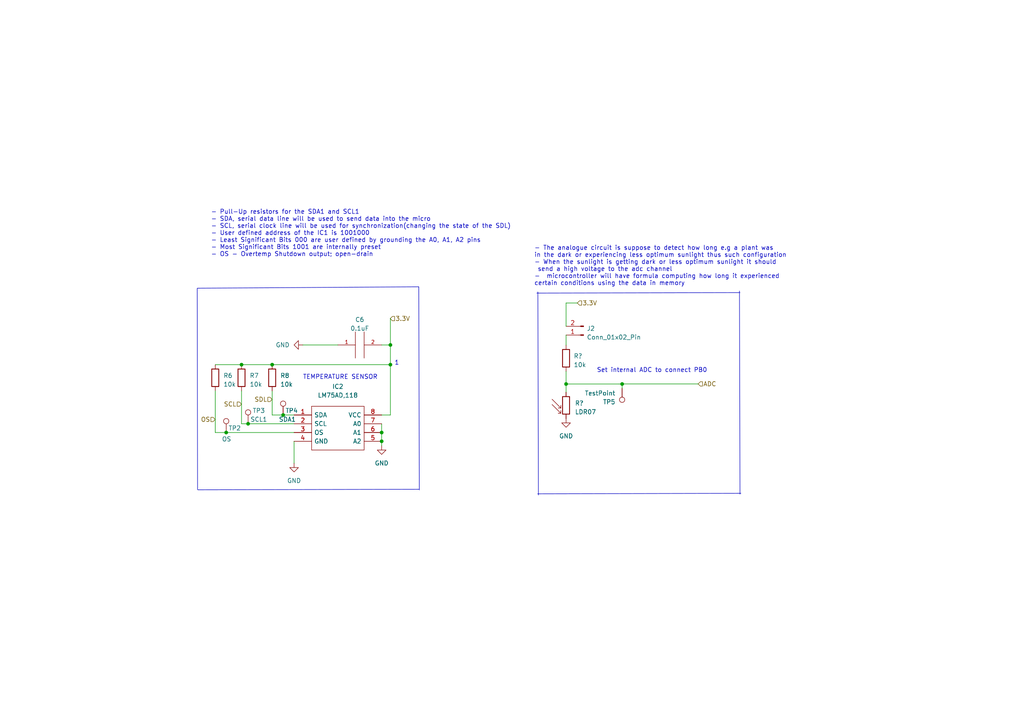
<source format=kicad_sch>
(kicad_sch (version 20230121) (generator eeschema)
  (paper "A4")
  (title_block (title "Sensors") (company "UCT") (comment 4 "Author: Zwivhuya Ndou"))
  (lib_symbols
    (symbol "Connector:Conn_01x02_Pin" (pin_names (offset 1.016) hide)
      (property "Reference" "J" (at 0 2.54 0))
      (property "Value" "Conn_01x02_Pin" (at 0 -5.08 0))
      (symbol "Conn_01x02_Pin_1_1"
        (polyline (pts (xy 1.27 -2.54) (xy 0.8636 -2.54)) (stroke (width 0.1524)))
        (polyline (pts (xy 1.27 0) (xy 0.8636 0)) (stroke (width 0.1524)))
        (rectangle (start 0.8636 -2.413) (end 0 -2.667) (stroke (width 0.1524)) (fill (type outline)))
        (rectangle (start 0.8636 0.127) (end 0 -0.127) (stroke (width 0.1524)) (fill (type outline)))
        (pin passive line (at 5.08 0 180) (length 3.81) (name "Pin_1") (number "1"))
        (pin passive line (at 5.08 -2.54 180) (length 3.81) (name "Pin_2") (number "2"))
      )
    )
    (symbol "Connector:TestPoint" (pin_numbers hide) (pin_names (offset 0.762) hide)
      (property "Reference" "TP" (at 0 6.858 0))
      (property "Value" "TestPoint" (at 0 5.08 0))
      (symbol "TestPoint_0_1"
        (circle (center 0 3.302) (radius 0.762))
      )
      (symbol "TestPoint_1_1"
        (pin passive line (at 0 0 90) (length 2.54) (name "1") (number "1"))
      )
    )
    (symbol "Device:R" (pin_numbers hide) (pin_names (offset 0))
      (property "Reference" "R" (at 2.032 0 90))
      (property "Value" "R" (at 0 0 90))
      (symbol "R_0_1"
        (rectangle (start -1.016 -2.54) (end 1.016 2.54) (stroke (width 0.254)))
      )
      (symbol "R_1_1"
        (pin passive line (at 0 3.81 270) (length 1.27) (name "~") (number "1"))
        (pin passive line (at 0 -3.81 90) (length 1.27) (name "~") (number "2"))
      )
    )
    (symbol "LM75:LM75AD,118" (pin_names (offset 0.762))
      (property "Reference" "IC" (at 21.59 7.62 0))
      (property "Value" "LM75AD,118" (at 21.59 5.08 0))
      (symbol "LM75AD,118_0_0"
        (pin passive line (at 0 0 0) (length 5.08) (name "SDA") (number "1"))
        (pin passive line (at 0 -2.54 0) (length 5.08) (name "SCL") (number "2"))
        (pin passive line (at 0 -5.08 0) (length 5.08) (name "OS") (number "3"))
        (pin passive line (at 0 -7.62 0) (length 5.08) (name "GND") (number "4"))
        (pin passive line (at 25.4 -7.62 180) (length 5.08) (name "A2") (number "5"))
        (pin passive line (at 25.4 -5.08 180) (length 5.08) (name "A1") (number "6"))
        (pin passive line (at 25.4 -2.54 180) (length 5.08) (name "A0") (number "7"))
        (pin passive line (at 25.4 0 180) (length 5.08) (name "VCC") (number "8"))
      )
      (symbol "LM75AD,118_0_1"
        (polyline (pts (xy 5.08 2.54) (xy 20.32 2.54) (xy 20.32 -10.16) (xy 5.08 -10.16) (xy 5.08 2.54)) (stroke (width 0.1524)))
      )
    )
    (symbol "Sensor_Optical:LDR07" (pin_numbers hide) (pin_names (offset 0))
      (property "Reference" "R" (at -5.08 0 90))
      (property "Value" "LDR07" (at 1.905 0 90))
      (symbol "LDR07_0_1"
        (rectangle (start -1.016 2.54) (end 1.016 -2.54) (stroke (width 0.254)))
        (polyline (pts (xy -1.524 -2.286) (xy -4.064 0.254)))
        (polyline (pts (xy -1.524 -2.286) (xy -2.286 -2.286)))
        (polyline (pts (xy -1.524 -2.286) (xy -1.524 -1.524)))
        (polyline (pts (xy -1.524 -0.762) (xy -4.064 1.778)))
        (polyline (pts (xy -1.524 -0.762) (xy -2.286 -0.762)))
        (polyline (pts (xy -1.524 -0.762) (xy -1.524 0)))
      )
      (symbol "LDR07_1_1"
        (pin passive line (at 0 3.81 270) (length 1.27) (name "~") (number "1"))
        (pin passive line (at 0 -3.81 90) (length 1.27) (name "~") (number "2"))
      )
    )
    (symbol "power:GND" (power) (pin_names (offset 0))
      (property "Value" "GND" (at 0 -3.81 0))
      (symbol "GND_0_1"
        (polyline (pts (xy 0 0) (xy 0 -1.27) (xy 1.27 -1.27) (xy 0 -2.54) (xy -1.27 -1.27) (xy 0 -1.27)))
      )
      (symbol "GND_1_1"
        (pin power_in line (at 0 0 270) (length 0) hide (name "GND") (number "1"))
      )
    )
    (symbol "pspice:CAP" (pin_names (offset 0.254))
      (property "Reference" "C" (at 2.54 3.81 90))
      (property "Value" "CAP" (at 2.54 -3.81 90))
      (symbol "CAP_0_1"
        (polyline (pts (xy -3.81 -1.27) (xy 3.81 -1.27)))
        (polyline (pts (xy -3.81 1.27) (xy 3.81 1.27)))
      )
      (symbol "CAP_1_1"
        (pin passive line (at 0 6.35 270) (length 5.08) (name "~") (number "1"))
        (pin passive line (at 0 -6.35 90) (length 5.08) (name "~") (number "2"))
      )
    )
  )
  (junction (at 164.1856 111.379))
  (junction (at 71.9582 122.9106))
  (junction (at 110.6932 125.4506))
  (junction (at 113.2332 100.0506))
  (junction (at 113.2332 105.7656))
  (junction (at 78.9432 105.7656))
  (junction (at 110.6932 127.9906))
  (junction (at 82.1182 120.3706))
  (junction (at 180.4416 111.379))
  (junction (at 65.6082 125.4506))
  (junction (at 70.0532 105.7656))
  (wire (pts (xy 71.9582 122.9106) (xy 70.0532 122.9106)))
  (wire (pts (xy 78.9432 105.7656) (xy 113.2332 105.7656)))
  (wire (pts (xy 202.4888 111.3536) (xy 180.4416 111.3536)))
  (wire (pts (xy 62.4332 125.4506) (xy 62.4332 113.3856)))
  (wire (pts (xy 113.2332 92.4052) (xy 113.1824 92.4052)))
  (wire (pts (xy 180.4416 111.3536) (xy 180.4416 111.379)))
  (wire (pts (xy 164.1856 111.379) (xy 164.1856 113.7666)))
  (wire (pts (xy 82.1182 120.3706) (xy 78.9432 120.3706)))
  (wire (pts (xy 113.2332 105.7656) (xy 113.2332 120.3706)))
  (wire (pts (xy 85.2932 127.9906) (xy 85.2932 134.3406)))
  (polyline (pts (xy 155.702 85.0138) (xy 214.63 84.8614)))
  (wire (pts (xy 113.2332 92.4052) (xy 113.2332 100.0506)))
  (wire (pts (xy 70.0532 105.7656) (xy 78.9432 105.7656)))
  (polyline (pts (xy 155.956 143.2306) (xy 214.884 143.0782)))
  (polyline (pts (xy 156.0068 84.6582) (xy 156.1592 143.5862)))
  (wire (pts (xy 180.4416 111.379) (xy 180.4416 112.649)))
  (wire (pts (xy 110.6932 125.4506) (xy 110.6932 127.9906)))
  (wire (pts (xy 70.0532 122.9106) (xy 70.0532 113.3856)))
  (polyline (pts (xy 121.4628 83.185) (xy 57.2516 83.5914)))
  (wire (pts (xy 85.2932 120.3706) (xy 82.1182 120.3706)))
  (wire (pts (xy 97.9932 100.0506) (xy 87.8332 100.0506)))
  (wire (pts (xy 164.1856 107.7214) (xy 164.1856 111.379)))
  (polyline (pts (xy 214.4776 84.4042) (xy 214.63 143.3322)))
  (wire (pts (xy 62.4332 105.7656) (xy 70.0532 105.7656)))
  (wire (pts (xy 110.6932 122.9106) (xy 110.6932 125.4506)))
  (wire (pts (xy 164.1856 94.6404) (xy 164.1856 87.884)))
  (wire (pts (xy 65.6082 125.4506) (xy 85.2932 125.4506)))
  (wire (pts (xy 113.2332 100.0506) (xy 113.2332 105.7656)))
  (wire (pts (xy 85.2932 122.9106) (xy 71.9582 122.9106)))
  (wire (pts (xy 164.1856 111.379) (xy 180.4416 111.379)))
  (polyline (pts (xy 57.3024 141.9606) (xy 57.2008 83.6422)))
  (wire (pts (xy 62.4332 125.4506) (xy 65.6082 125.4506)))
  (wire (pts (xy 110.6932 100.0506) (xy 113.2332 100.0506)))
  (wire (pts (xy 110.6932 127.9906) (xy 110.6932 129.2606)))
  (wire (pts (xy 164.1856 87.884) (xy 167.4368 87.884)))
  (polyline (pts (xy 121.5136 141.9098) (xy 57.3532 142.0622)))
  (wire (pts (xy 78.9432 120.3706) (xy 78.9432 113.3856)))
  (wire (pts (xy 164.1856 97.1804) (xy 164.1856 100.1014)))
  (wire (pts (xy 110.6932 120.3706) (xy 113.2332 120.3706)))
  (polyline (pts (xy 121.4628 83.185) (xy 121.6152 142.113)))
  (text "- The analogue circuit is suppose to detect how long e.g a plant was \nin the dark or experiencing less optimum sunlight thus such configuration\n- When the sunlight is getting dark or less optimum sunlight it should\n send a high voltage to the adc channel\n-  microcontroller will have formula computing how long it experienced \ncertain conditions using the data in memory\n" (at 154.94 83.0072 0) (effects (font (size 1.27 1.27)) (justify left bottom)))
  (text "Set internal ADC to connect PB0\n\n" (at 173.0756 110.2614 0) (effects (font (size 1.27 1.27)) (justify left bottom)))
  (text "TEMPERATURE SENSOR" (at 87.8332 110.2106 0) (effects (font (size 1.27 1.27)) (justify left bottom)))
  (text "1\n" (at 114.4016 106.0958 0) (effects (font (size 1.27 1.27)) (justify left bottom)))
  (text "- Pull-Up resistors for the SDA1 and SCL1\n- SDA, serial data line will be used to send data into the micro\n- SCL, serial clock line will be used for synchronization(changing the state of the SDL)\n- User defined address of the IC1 is 1001000\n- Least Significant Bits 000 are user defined by grounding the A0, A1, A2 pins\n- Most Significant Bits 1001 are internally preset\n- OS - Overtemp Shutdown output; open-drain" (at 61.1632 74.5998 0) (effects (font (size 1.27 1.27)) (justify left bottom)))
  (hierarchical_label "3.3V" (shape input) (at 167.4368 87.884 0))
  (hierarchical_label "ADC" (shape input) (at 202.4888 111.3536 0))
  (hierarchical_label "OS" (shape input) (at 62.4332 121.666 180))
  (hierarchical_label "SDL" (shape input) (at 78.9432 115.8494 180))
  (hierarchical_label "SCL" (shape input) (at 70.0532 117.221 180))
  (hierarchical_label "3.3V" (shape input) (at 113.1824 92.4052 0))
  (symbol (lib_id "Connector:Conn_01x02_Pin") (at 169.2656 97.1804 180) (unit 1)
    (property "Reference" "J2" (at 170.18 95.2754 0) (effects (justify right)))
    (property "Value" "Conn_01x02_Pin" (at 170.18 97.8154 0) (effects (justify right)))
    (property "Footprint" "Connector_PinHeader_2.54mm:PinHeader_1x02_P2.54mm_Vertical" (effects hide))
  )
  (symbol (lib_id "power:GND") (at 110.6932 129.2606 0) (unit 1)
    (property "Reference" "#PWR015" (effects hide))
    (property "Value" "GND" (at 110.6932 134.3406 0))
    (instances (project "Main Schematic" (path "" (reference "#PWR015") (unit 1))) (project "sensing" (path "" (reference "#PWR?") (unit 1))))
  )
  (symbol (lib_id "power:GND") (at 87.8332 100.0506 270) (unit 1)
    (property "Reference" "#PWR014" (effects hide))
    (property "Value" "GND" (at 84.0232 100.0505 90) (effects (justify right)))
    (instances (project "Main Schematic" (path "" (reference "#PWR014") (unit 1))) (project "sensing" (path "" (reference "#PWR?") (unit 1))))
  )
  (symbol (lib_id "Connector:TestPoint") (at 65.6082 125.4506 0) (unit 1)
    (property "Reference" "TP2" (at 66.2432 124.1806 0) (effects (justify left)))
    (property "Value" "OS" (at 64.3382 127.3556 0) (effects (justify left)))
    (property "Footprint" "TestPoint:TestPoint_Pad_1.0x1.0mm" (effects hide))
    (instances (project "Main Schematic" (path "" (reference "TP2") (unit 1))) (project "sensing" (path "" (reference "TP?") (unit 1))))
  )
  (symbol (lib_id "LM75:LM75AD,118") (at 85.2932 120.3706 0) (unit 1)
    (property "Reference" "IC2" (at 97.9932 112.1156 0))
    (property "Value" "LM75AD,118" (at 97.9932 114.6556 0))
    (property "Footprint" "Local_Footprints:SOIC-8_L5.0-W4.0-P1.27-LS6.0-BL" (effects hide))
    (property "Datasheet" "http://www.nxp.com/docs/en/data-sheet/LM75A.pdf" (effects hide))
    (property "Description" "Board Mount Temperature Sensors I2C LOCAL +/- 2OC TS" (effects hide))
    (property "Height" "1.75" (effects hide))
    (property "Manufacturer_Name" "NXP" (effects hide))
    (property "Manufacturer_Part_Number" "LM75AD,118" (effects hide))
    (property "Mouser Part Number" "771-LM75AD-T" (effects hide))
    (property "Mouser Price/Stock" "https://www.mouser.co.uk/ProductDetail/NXP-Semiconductors/LM75AD118?qs=LOCUfHb8d9tvtApDiOTqqg%3D%3D" (effects hide))
    (property "Arrow Part Number" "LM75AD,118" (effects hide))
    (property "Arrow Price/Stock" "https://www.arrow.com/en/products/lm75ad118/nxp-semiconductors?region=nac" (effects hide))
    (instances (project "Main Schematic" (path "" (reference "IC2") (unit 1))) (project "sensing" (path "" (reference "IC?") (unit 1))))
  )
  (symbol (lib_id "Device:R") (at 78.9432 109.5756 0) (unit 1)
    (property "Reference" "R8" (at 81.28 108.9406 0) (effects (justify left)))
    (property "Value" "10k" (at 81.28 111.4806 0) (effects (justify left)))
    (property "Footprint" "Local_Footprints:R0805" (effects hide))
    (instances (project "Main Schematic" (path "" (reference "R8") (unit 1))) (project "sensing" (path "" (reference "R?") (unit 1))))
  )
  (symbol (lib_id "Device:R") (at 70.0532 109.5756 0) (unit 1)
    (property "Reference" "R7" (at 72.39 108.9406 0) (effects (justify left)))
    (property "Value" "10k" (at 72.39 111.4806 0) (effects (justify left)))
    (property "Footprint" "Local_Footprints:R0805" (effects hide))
    (instances (project "Main Schematic" (path "" (reference "R7") (unit 1))) (project "sensing" (path "" (reference "R?") (unit 1))))
  )
  (symbol (lib_id "Device:R") (at 164.1856 103.9114 0) (unit 1)
    (property "Reference" "R?" (at 166.37 103.2764 0) (effects (justify left)))
    (property "Value" "10k" (at 166.37 105.8164 0) (effects (justify left)))
    (property "Footprint" "Local_Footprints:R0805" (effects hide))
    (instances (project "EEE3088F SENSOR DRAFT" (path "" (reference "R?") (unit 1))) (project "Main Schematic" (path "" (reference "R?") (unit 1))) (project "Main Schematic" (path "" (reference "R9") (unit 1))) (project "SENSOR" (path "" (reference "R?") (unit 1))))
  )
  (symbol (lib_id "Connector:TestPoint") (at 71.9582 122.9106 0) (unit 1)
    (property "Reference" "TP3" (at 73.2282 119.1006 0) (effects (justify left)))
    (property "Value" "SCL1" (at 72.5932 121.6406 0) (effects (justify left)))
    (property "Footprint" "TestPoint:TestPoint_Pad_1.0x1.0mm" (effects hide))
    (instances (project "Main Schematic" (path "" (reference "TP3") (unit 1))) (project "sensing" (path "" (reference "TP?") (unit 1))))
  )
  (symbol (lib_id "Sensor_Optical:LDR07") (at 164.1856 117.5766 0) (unit 1)
    (property "Reference" "R?" (at 166.7256 116.9416 0) (effects (justify left)))
    (property "Value" "LDR07" (at 166.7256 119.4816 0) (effects (justify left)))
    (property "Footprint" "OptoDevice:R_LDR_5.1x4.3mm_P3.4mm_Vertical" (effects hide))
    (property "Datasheet" "http://www.tme.eu/de/Document/f2e3ad76a925811312d226c31da4cd7e/LDR07.pdf" (effects hide))
    (instances (project "EEE3088F SENSOR DRAFT" (path "" (reference "R?") (unit 1))) (project "Main Schematic" (path "" (reference "R?") (unit 1))) (project "Main Schematic" (path "" (reference "R10") (unit 1))) (project "SENSOR" (path "" (reference "R?") (unit 1))))
  )
  (symbol (lib_id "Connector:TestPoint") (at 180.4416 112.649 180) (unit 1)
    (property "Reference" "TP5" (at 178.5112 116.586 0) (effects (justify left)))
    (property "Value" "TestPoint" (at 178.5112 114.046 0) (effects (justify left)))
    (property "Footprint" "TestPoint:TestPoint_Pad_1.0x1.0mm" (effects hide))
  )
  (symbol (lib_id "power:GND") (at 164.1856 121.3866 0) (unit 1)
    (property "Reference" "#PWR?" (effects hide))
    (property "Value" "GND" (at 164.1856 126.4666 0))
    (instances (project "EEE3088F SENSOR DRAFT" (path "" (reference "#PWR?") (unit 1))) (project "Main Schematic" (path "" (reference "#PWR?") (unit 1))) (project "Main Schematic" (path "" (reference "#PWR018") (unit 1))) (project "SENSOR" (path "" (reference "#PWR?") (unit 1))))
  )
  (symbol (lib_id "Device:R") (at 62.4332 109.5756 0) (unit 1)
    (property "Reference" "R6" (at 64.77 108.9406 0) (effects (justify left)))
    (property "Value" "10k" (at 64.77 111.4806 0) (effects (justify left)))
    (property "Footprint" "Local_Footprints:R0805" (effects hide))
    (instances (project "Main Schematic" (path "" (reference "R6") (unit 1))) (project "sensing" (path "" (reference "R?") (unit 1))))
  )
  (symbol (lib_id "pspice:CAP") (at 104.3432 100.0506 90) (unit 1)
    (property "Reference" "C6" (at 104.3432 92.71 90))
    (property "Value" "0.1uF" (at 104.3432 95.25 90))
    (property "Footprint" "Local_Footprints:C1206" (effects hide))
    (instances (project "Main Schematic" (path "" (reference "C6") (unit 1))) (project "sensing" (path "" (reference "C?") (unit 1))))
  )
  (symbol (lib_id "power:GND") (at 85.2932 134.3406 0) (unit 1)
    (property "Reference" "#PWR013" (effects hide))
    (property "Value" "GND" (at 85.2932 139.4206 0))
    (instances (project "Main Schematic" (path "" (reference "#PWR013") (unit 1))) (project "sensing" (path "" (reference "#PWR?") (unit 1))))
  )
  (symbol (lib_id "Connector:TestPoint") (at 82.1182 120.3706 0) (unit 1)
    (property "Reference" "TP4" (at 82.7532 119.1006 0) (effects (justify left)))
    (property "Value" "SDA1" (at 80.8482 121.6406 0) (effects (justify left)))
    (property "Footprint" "TestPoint:TestPoint_Pad_1.0x1.0mm" (effects hide))
    (instances (project "Main Schematic" (path "" (reference "TP4") (unit 1))) (project "sensing" (path "" (reference "TP?") (unit 1))))
  )
)
</source>
